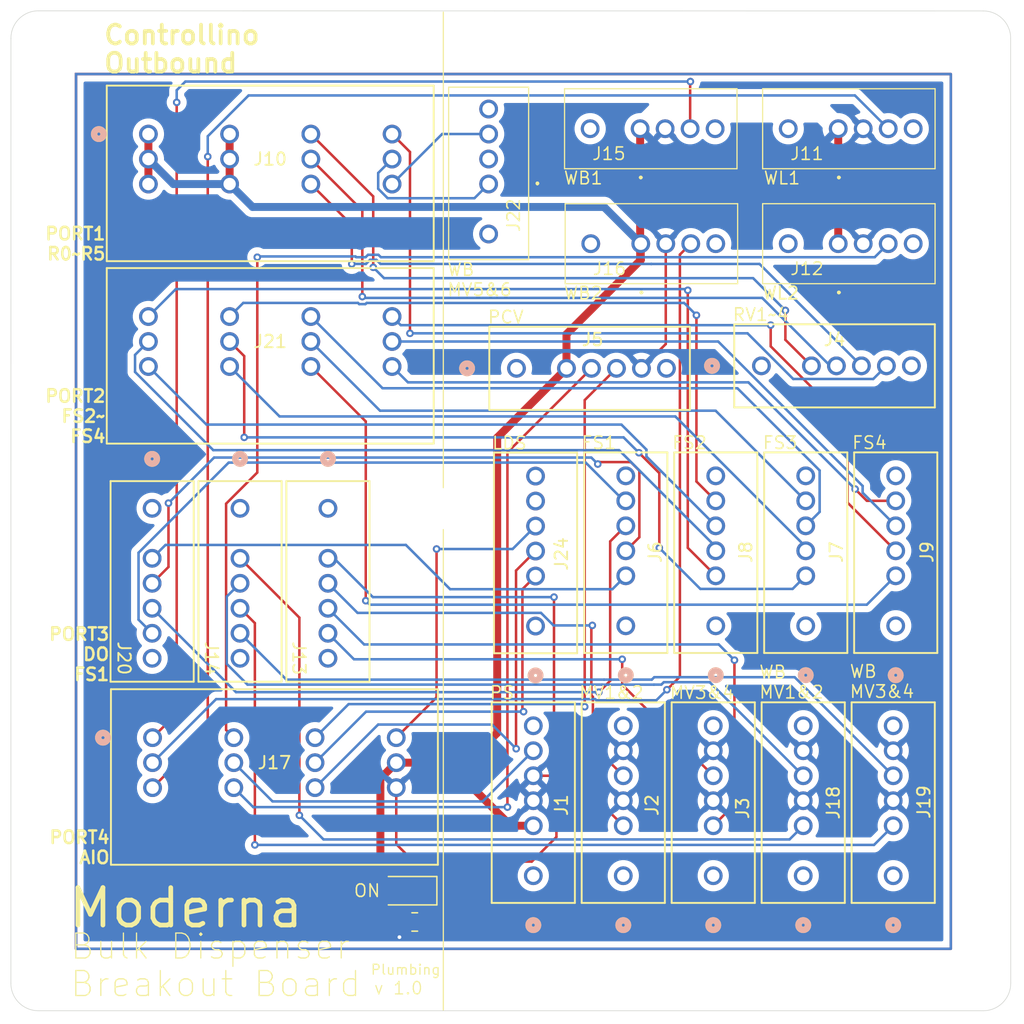
<source format=kicad_pcb>
(kicad_pcb (version 20241229) (generator "pcbnew") (generator_version "9.0")
  (layers (0 "F.Cu" signal) (2 "B.Cu" signal) (13 "F.Paste" user) (15 "B.Paste" user) (5 "F.SilkS" user "F.Silkscreen") (7 "B.SilkS" user "B.Silkscreen") (1 "F.Mask" user) (3 "B.Mask" user) (25 "Edge.Cuts" user))
  (net 0 "")
  (net 1 "GND")
  (net 2 "+24V")
  (net 3 "/DO3")
  (net 4 "/DO2")
  (net 5 "/DO1")
  (net 6 "/DO0")
  (net 7 "/AI13")
  (net 8 "/AO0")
  (net 9 "/AI12")
  (net 10 "/AI6")
  (net 11 "/AI5")
  (net 12 "/AI4")
  (net 13 "/AI7")
  (net 14 "/R1_OUT")
  (net 15 "/R2_OUT")
  (net 16 "/R0_OUT")
  (net 17 "/R3_OUT")
  (net 18 "/R4_OUT")
  (net 19 "/R5_OUT")
  (net 20 "/FS1-1")
  (net 21 "/FS1-4")
  (net 22 "/FS1-3")
  (net 23 "/FS1-2")
  (net 24 "/FS3-1")
  (net 25 "/FS3-4")
  (net 26 "/FS3-3")
  (net 27 "/FS3-2")
  (net 28 "/FS2-3")
  (net 29 "/FS2-2")
  (net 30 "/FS2-4")
  (net 31 "/FS2-1")
  (net 32 "/FS4-2")
  (net 33 "/FS4-1")
  (net 34 "/FS4-3")
  (net 35 "/FS4-4")
  (net 36 "/DO6")
  (net 37 "/DO4")
  (net 38 "/DO7")
  (net 39 "/DO5")
  (net 40 "/LDS")
  (net 41 "/LDS-GND")
  (net 42 "/LDS-5V")
  (net 44 "Net-(D1-K)")
  (footprint "PartsLibrary:CONN_37204-62A3-004PL_3MM" (layer "F.Cu") (at 122.5334 73 -90)
    (property "Reference" "J14")
    (property "Value" "DigitalOUT 4~7")
  )
  (footprint "PartsLibrary:CONN_37203-62A3-003PL_3MM" (layer "F.Cu") (at 154.6 47.825)
    (property "Reference" "J16")
    (property "Value" "WB2" (hide yes))
  )
  (footprint "PartsLibrary:CONN_37203-62A3-003PL_3MM" (layer "F.Cu") (at 170.4 38.625)
    (property "Reference" "J11")
    (property "Value" "WL1" (hide yes))
  )
  (footprint "MountingHole:MountingHole_3.2mm_M3" (layer "F.Cu") (at 106.8 106.8)
    (property "Reference" "H4" (hide yes))
    (property "Value" "MountingHole" (hide yes))
  )
  (footprint "PartsLibrary:CONN_37204-62A3-004PL_3MM" (layer "F.Cu") (at 160.4 94.4 90)
    (property "Reference" "J3")
    (property "Value" "MV3&4")
  )
  (footprint "PartsLibrary:CONN_37204-62A3-004PL_3MM" (layer "F.Cu") (at 168.2549 57.6)
    (property "Reference" "J4")
    (property "Value" "RV1~4")
  )
  (footprint "PartsLibrary:CONN_37203-62A3-003PL_3MM" (layer "F.Cu") (at 154.55 38.625)
    (property "Reference" "J15")
    (property "Value" "WB1" (hide yes))
  )
  (footprint "PartsLibrary:CONN_37203-62A3-003PL_3MM" (layer "F.Cu") (at 142.425 43.05 90)
    (property "Reference" "J22")
    (property "Value" "WB-MV5&6" (hide yes))
  )
  (footprint "PartsLibrary:CONN_37204-62A3-004PL_3MM" (layer "F.Cu") (at 160.6 74.4 90)
    (property "Reference" "J8")
    (property "Value" "FS2")
  )
  (footprint "PartsLibrary:CONN_37204-62A3-004PL_3MM" (layer "F.Cu") (at 174.8 94.4 90)
    (property "Reference" "J19")
    (property "Value" "WB-MV3&4" (hide yes))
  )
  (footprint "LED_SMD:LED_1206_3216Metric" (layer "F.Cu") (at 136 99.6 180)
    (property "Reference" "D1" (hide yes))
    (property "Value" "LED" (hide yes))
  )
  (footprint "PartsLibrary:CONN_37212-62M3-003PL_3MM" (layer "F.Cu") (at 115.2 53.6539)
    (property "Reference" "J21")
    (property "Value" "FS2~FS4")
  )
  (footprint "PartsLibrary:CONN_37204-62A3-004PL_3MM" (layer "F.Cu") (at 148.6549 57.8)
    (property "Reference" "J5")
    (property "Value" "PCV")
  )
  (footprint "PartsLibrary:CONN_37204-62A3-004PL_3MM" (layer "F.Cu") (at 167.6 94.4 90)
    (property "Reference" "J18")
    (property "Value" "WB-MV1&2" (hide yes))
  )
  (footprint "MountingHole:MountingHole_3.2mm_M3" (layer "F.Cu") (at 106.8 31.8)
    (property "Reference" "H2" (hide yes))
    (property "Value" "MountingHole" (hide yes))
  )
  (footprint "MountingHole:MountingHole_3.2mm_M3" (layer "F.Cu") (at 138.78 69.01)
    (property "Reference" "H1" (hide yes))
    (property "Value" "MountingHole" (hide yes))
  )
  (footprint "PartsLibrary:CONN_37204-62A3-004PL_3MM" (layer "F.Cu") (at 146 94.4 90)
    (property "Reference" "J1")
    (property "Value" "PS")
  )
  (footprint "PartsLibrary:CONN_37204-62A3-004PL_3MM" (layer "F.Cu") (at 153.4 74.4 90)
    (property "Reference" "J6")
    (property "Value" "FS1")
  )
  (footprint "PartsLibrary:CONN_37203-62A3-003PL_3MM" (layer "F.Cu") (at 170.4 47.825)
    (property "Reference" "J12")
    (property "Value" "WL2" (hide yes))
  )
  (footprint "PartsLibrary:CONN_37212-62M3-003PL_3MM" (layer "F.Cu") (at 115.2 39.0539)
    (property "Reference" "J10")
    (property "Value" "R0~R5")
  )
  (footprint "PartsLibrary:CONN_37204-62A3-004PL_3MM" (layer "F.Cu") (at 146.18 74.42 90)
    (property "Reference" "J24")
    (property "Value" "LDS")
  )
  (footprint "PartsLibrary:CONN_37212-62M3-003PL_3MM" (layer "F.Cu") (at 115.5334 87.3539)
    (property "Reference" "J17")
    (property "Value" "AnalogIOs")
  )
  (footprint "PartsLibrary:CONN_37204-62A3-004PL_3MM" (layer "F.Cu") (at 115.5 73 -90)
    (property "Reference" "J20")
    (property "Value" "FS1")
  )
  (footprint "Resistor_SMD:R_0805_2012Metric" (layer "F.Cu") (at 136.5125 102.1 180)
    (property "Reference" "R1" (hide yes))
    (property "Value" "R" (hide yes))
  )
  (footprint "PartsLibrary:CONN_37204-62A3-004PL_3MM" (layer "F.Cu") (at 129.5669 73 -90)
    (property "Reference" "J13")
    (property "Value" "DigitalOUT 0~3")
  )
  (footprint "MountingHole:MountingHole_3.2mm_M3" (layer "F.Cu") (at 181.8 106.8)
    (property "Reference" "H5" (hide yes))
    (property "Value" "MountingHole" (hide yes))
  )
  (footprint "PartsLibrary:CONN_37204-62A3-004PL_3MM" (layer "F.Cu") (at 153.2 94.4 90)
    (property "Reference" "J2")
    (property "Value" "MV1&2")
  )
  (footprint "PartsLibrary:CONN_37204-62A3-004PL_3MM" (layer "F.Cu") (at 175 74.4 90)
    (property "Reference" "J9")
    (property "Value" "FS4")
  )
  (footprint "MountingHole:MountingHole_3.2mm_M3" (layer "F.Cu") (at 181.6 32)
    (property "Reference" "H3" (hide yes))
    (property "Value" "MountingHole" (hide yes))
  )
  (footprint "PartsLibrary:CONN_37204-62A3-004PL_3MM" (layer "F.Cu") (at 167.8 74.4 90)
    (property "Reference" "J7")
    (property "Value" "FS3")
  )
  (gr_rect (start 109.41025 34.25) (end 179.41025 104.25) (stroke (width 0.2)) (fill no) (layer "F.Cu"))
  (gr_rect (start 109.41025 34.25) (end 179.41025 104.25) (stroke (width 0.2)) (fill no) (layer "B.Cu"))
  (gr_line (start 138.8 70.7) (end 138.8 109.15) (stroke (width 0.1)) (layer "F.SilkS"))
  (gr_line (start 138.8 29.3) (end 138.8 67.35) (stroke (width 0.1)) (layer "F.SilkS"))
  (gr_line (start 104.195635 107.004365) (end 104.2 31.39) (stroke (width 0.05)) (layer "Edge.Cuts"))
  (gr_arc (start 106.395635 109.204365) (mid 104.84 108.56) (end 104.195635 107.004365) (stroke (width 0.05)) (layer "Edge.Cuts"))
  (gr_arc (start 184.204365 107.004365) (mid 183.56 108.56) (end 182.004365 109.204365) (stroke (width 0.05)) (layer "Edge.Cuts"))
  (gr_arc (start 104.2 31.39) (mid 104.844365 29.834365) (end 106.4 29.19) (stroke (width 0.05)) (layer "Edge.Cuts"))
  (gr_line (start 184.2 31.4) (end 184.204365 107.004365) (stroke (width 0.05)) (layer "Edge.Cuts"))
  (gr_arc (start 182 29.2) (mid 183.555635 29.844365) (end 184.2 31.4) (stroke (width 0.05)) (layer "Edge.Cuts"))
  (gr_line (start 182.0044 109.204365) (end 106.39564 109.204365) (stroke (width 0.05)) (layer "Edge.Cuts"))
  (gr_line (start 106.4 29.19) (end 182 29.2) (stroke (width 0.05)) (layer "Edge.Cuts"))
  (gr_text "WB2" (at 150 51.775 0) (layer "F.SilkS") (effects (font (size 1 1) (thickness 0.125))))
  (gr_text "WB\nMV3&4" (at 171.25 84.25 0) (layer "F.SilkS") (effects (font (size 1 1) (thickness 0.125)) (justify left bottom)))
  (gr_text "PORT4\nAIO" (at 112.202398 97.523099 0) (layer "F.SilkS") (effects (font (size 1 1) (thickness 0.2) (bold yes)) (justify right bottom)))
  (gr_text "WL1" (at 165.9 42.575 0) (layer "F.SilkS") (effects (font (size 1 1) (thickness 0.125))))
  (gr_text "v 1.0" (at 133.18975 107.985 0) (layer "F.SilkS") (effects (font (size 1 1) (thickness 0.1)) (justify left bottom)))
  (gr_text "WB\nMV1&2" (at 164.01 84.3 0) (layer "F.SilkS") (effects (font (size 1 1) (thickness 0.125)) (justify left bottom)))
  (gr_text "PORT3\nDO\nFS1" (at 112.1726 82.8764 0) (layer "F.SilkS") (effects (font (size 1 1) (thickness 0.2) (bold yes)) (justify right bottom)))
  (gr_text "Plumbing			" (at 132.93975 106.385 0) (layer "F.SilkS") (effects (font (size 0.8 0.8) (thickness 0.1)) (justify left bottom)))
  (gr_text "Outbound" (at 111.5 34.25 0) (layer "F.SilkS") (effects (font (size 1.5 1.5) (thickness 0.3) (bold yes)) (justify left bottom)))
  (gr_text "Breakout Board" (at 108.85 108.235 0) (layer "F.SilkS") (effects (font (size 2 2) (thickness 0.1)) (justify left bottom)))
  (gr_text "LDS" (at 142.63 64.36 0) (layer "F.SilkS") (effects (font (size 1 1) (thickness 0.125)) (justify left bottom)))
  (gr_text "ON" (at 132.7 99.6 0) (layer "F.SilkS") (effects (font (size 1 1) (thickness 0.125))))
  (gr_text "Moderna" (at 108.6 102.735 0) (layer "F.SilkS") (effects (font (size 3 3) (thickness 0.375)) (justify left bottom)))
  (gr_text "WB1" (at 150 42.575 0) (layer "F.SilkS") (effects (font (size 1 1) (thickness 0.125))))
  (gr_text "WL2" (at 165.8 51.775 0) (layer "F.SilkS") (effects (font (size 1 1))))
  (gr_text "WB\nMV5&6" (at 139.05 50.7 0) (layer "F.SilkS") (effects (font (size 1 1) (thickness 0.125)) (justify left)))
  (gr_text "Controllino\n" (at 111.5 32 0) (layer "F.SilkS") (effects (font (size 1.5 1.5) (thickness 0.3) (bold yes)) (justify left bottom)))
  (gr_text "PORT1\nR0~R5" (at 111.868998 49.223099 0) (layer "F.SilkS") (effects (font (size 1 1) (thickness 0.2) (bold yes)) (justify right bottom)))
  (gr_text "PORT2\nFS2~\nFS4" (at 111.868998 63.823099 0) (layer "F.SilkS") (effects (font (size 1 1) (thickness 0.2) (bold yes)) (justify right bottom)))
  (gr_text "Bulk Dispenser" (at 108.85 105.235 0) (layer "F.SilkS") (effects (font (size 2 2) (thickness 0.1)) (justify left bottom)))
  (segment (start 147.85 95.3) (end 147.85 90.399999) (width 0.2) (layer "F.Cu") (net 1))
  (segment (start 145.88 97.27) (end 147.85 95.3) (width 0.2) (layer "F.Cu") (net 1))
  (segment (start 147.85 90.399999) (end 146 90.399999) (width 0.2) (layer "F.Cu") (net 1))
  (segment (start 135.033399 91.353901) (end 135.033399 95.873399) (width 0.2) (layer "F.Cu") (net 1))
  (segment (start 135.033399 95.873399) (end 136.43 97.27) (width 0.2) (layer "F.Cu") (net 1))
  (segment (start 135.2884 103.3151) (end 135.6 103.0035) (width 0.2) (layer "F.Cu") (net 1))
  (segment (start 135.6 103.0035) (end 135.6 102.1) (width 0.2) (layer "F.Cu") (net 1))
  (segment (start 136.43 97.27) (end 145.88 97.27) (width 0.2) (layer "F.Cu") (net 1))
  (segment (start 154.654899 57.8) (end 156.6 55.854899) (width 0.2) (layer "F.Cu") (net 1))
  (segment (start 156.6 55.854899) (end 156.6 47.825) (width 0.2) (layer "F.Cu") (net 1))
  (via (at 135.2884 103.3151) (size 0.6) (drill 0.3) (layers "F.Cu" "B.Cu") (net 1))
  (segment (start 146 94.4) (end 144.191 94.4) (width 0.635) (layer "F.Cu") (net 2))
  (segment (start 154.6 49.1239) (end 154.5999 49.1239) (width 0.635) (layer "F.Cu") (net 2))
  (segment (start 154.55 49.074) (end 154.55 38.625) (width 0.635) (layer "F.Cu") (net 2))
  (segment (start 154.5999 49.1239) (end 148.6549 55.0689) (width 0.635) (layer "F.Cu") (net 2))
  (segment (start 143.1115 63.3434) (end 143.1115 86.9724) (width 0.635) (layer "F.Cu") (net 2))
  (segment (start 154.5999 49.1239) (end 154.55 49.074) (width 0.635) (layer "F.Cu") (net 2))
  (segment (start 121.7 39.0539) (end 121.7 41.0539) (width 0.635) (layer "F.Cu") (net 2))
  (segment (start 154.6 47.825) (end 154.6 49.1239) (width 0.635) (layer "F.Cu") (net 2))
  (segment (start 148.6549 57.8) (end 143.1115 63.3434) (width 0.635) (layer "F.Cu") (net 2))
  (segment (start 144.191 94.4) (end 140.73 90.939) (width 0.635) (layer "F.Cu") (net 2))
  (segment (start 121.7 43.0539) (end 121.7 41.0539) (width 0.635) (layer "F.Cu") (net 2))
  (segment (start 115.2 39.0539) (end 115.2 41.0539) (width 0.635) (layer "F.Cu") (net 2))
  (segment (start 170.4 47.825) (end 170.4 38.625) (width 0.635) (layer "F.Cu") (net 2))
  (segment (start 115.2 43.0539) (end 115.2 41.0539) (width 0.635) (layer "F.Cu") (net 2))
  (segment (start 140.73 90.939) (end 140.73 89.3539) (width 0.635) (layer "F.Cu") (net 2))
  (segment (start 133.764 98.764) (end 133.764 90.6233) (width 0.635) (layer "F.Cu") (net 2))
  (segment (start 140.73 89.3539) (end 135.0334 89.3539) (width 0.635) (layer "F.Cu") (net 2))
  (segment (start 134.6 99.6) (end 133.764 98.764) (width 0.635) (layer "F.Cu") (net 2))
  (segment (start 143.1115 86.9724) (end 140.73 89.3539) (width 0.635) (layer "F.Cu") (net 2))
  (segment (start 148.6549 55.0689) (end 148.6549 57.8) (width 0.635) (layer "F.Cu") (net 2))
  (segment (start 133.764 90.6233) (end 135.0334 89.3539) (width 0.635) (layer "F.Cu") (net 2))
  (segment (start 117.2 43.0539) (end 115.2 41.0539) (width 0.635) (layer "B.Cu") (net 2))
  (segment (start 121.7 43.0539) (end 117.2 43.0539) (width 0.635) (layer "B.Cu") (net 2))
  (segment (start 121.7 43.0539) (end 123.5319 44.8858) (width 0.635) (layer "B.Cu") (net 2))
  (segment (start 165.915 43.11) (end 159.035 43.11) (width 0.635) (layer "B.Cu") (net 2))
  (segment (start 151.6608 44.8858) (end 154.6 47.825) (width 0.635) (layer "B.Cu") (net 2))
  (segment (start 170.4 38.625) (end 165.915 43.11) (width 0.635) (layer "B.Cu") (net 2))
  (segment (start 159.035 43.11) (end 154.55 38.625) (width 0.635) (layer "B.Cu") (net 2))
  (segment (start 123.5319 44.8858) (end 151.6608 44.8858) (width 0.635) (layer "B.Cu") (net 2))
  (segment (start 160.4 90.4) (end 153.1126 83.1126) (width 0.2) (layer "F.Cu") (net 3))
  (segment (start 153.1126 83.1126) (end 153.1126 81.0804) (width 0.2) (layer "F.Cu") (net 3))
  (via (at 153.1126 81.0804) (size 0.6) (drill 0.3) (layers "F.Cu" "B.Cu") (net 3))
  (segment (start 153.1126 81.0804) (end 131.6473 81.0804) (width 0.2) (layer "B.Cu") (net 3))
  (segment (start 131.6473 81.0804) (end 129.5669 79) (width 0.2) (layer "B.Cu") (net 3))
  (segment (start 162.0944 92.7056) (end 160.4 94.4) (width 0.2) (layer "F.Cu") (net 4))
  (segment (start 162.0944 81.1502) (end 162.0944 92.7056) (width 0.2) (layer "F.Cu") (net 4))
  (via (at 162.0944 81.1502) (size 0.6) (drill 0.3) (layers "F.Cu" "B.Cu") (net 4))
  (segment (start 160.8381 79.8939) (end 162.0944 81.1502) (width 0.2) (layer "B.Cu") (net 4))
  (segment (start 132.4608 79.8939) (end 160.8381 79.8939) (width 0.2) (layer "B.Cu") (net 4))
  (segment (start 129.5669 77) (end 132.4608 79.8939) (width 0.2) (layer "B.Cu") (net 4))
  (segment (start 150.7683 87.9683) (end 153.2 90.4) (width 0.2) (layer "F.Cu") (net 5))
  (segment (start 150.7238 78.3697) (end 150.6445 78.449) (width 0.2) (layer "F.Cu") (net 5))
  (segment (start 150.7683 84.0839) (end 150.7683 87.9683) (width 0.2) (layer "F.Cu") (net 5))
  (segment (start 150.6445 83.9601) (end 150.7683 84.0839) (width 0.2) (layer "F.Cu") (net 5))
  (segment (start 150.6445 78.449) (end 150.6445 83.9601) (width 0.2) (layer "F.Cu") (net 5))
  (via (at 150.7238 78.3697) (size 0.6) (drill 0.3) (layers "F.Cu" "B.Cu") (net 5))
  (segment (start 147.616 78.3697) (end 147.616 78.3696) (width 0.2) (layer "B.Cu") (net 5))
  (segment (start 146.6154 77.369) (end 131.9359 77.369) (width 0.2) (layer "B.Cu") (net 5))
  (segment (start 131.9359 77.369) (end 129.5669 75) (width 0.2) (layer "B.Cu") (net 5))
  (segment (start 147.616 78.3696) (end 146.6154 77.369) (width 0.2) (layer "B.Cu") (net 5))
  (segment (start 150.7238 78.3697) (end 147.616 78.3697) (width 0.2) (layer "B.Cu") (net 5))
  (segment (start 153.2 94.4) (end 147.6561 88.8561) (width 0.2) (layer "F.Cu") (net 6))
  (segment (start 147.6561 88.8561) (end 147.6561 76.1055) (width 0.2) (layer "F.Cu") (net 6))
  (via (at 147.6561 76.1055) (size 0.6) (drill 0.3) (layers "F.Cu" "B.Cu") (net 6))
  (segment (start 129.5669 73) (end 130.0525 73) (width 0.2) (layer "B.Cu") (net 6))
  (segment (start 133.158 76.1055) (end 147.6561 76.1055) (width 0.2) (layer "B.Cu") (net 6))
  (segment (start 130.0525 73) (end 133.158 76.1055) (width 0.2) (layer "B.Cu") (net 6))
  (segment (start 143.9292 64.5257) (end 150.6549 57.8) (width 0.2) (layer "F.Cu") (net 7))
  (segment (start 143.9292 92.9103) (end 143.9292 64.5257) (width 0.2) (layer "F.Cu") (net 7))
  (via (at 143.9292 92.9103) (size 0.6) (drill 0.3) (layers "F.Cu" "B.Cu") (net 7))
  (segment (start 143.9292 92.9103) (end 123.5898 92.9103) (width 0.2) (layer "B.Cu") (net 7))
  (segment (start 123.5898 92.9103) (end 122.0334 91.3539) (width 0.2) (layer "B.Cu") (net 7))
  (segment (start 150.1124 84.8759) (end 150.1124 60.3425) (width 0.2) (layer "F.Cu") (net 8))
  (segment (start 150.1124 60.3425) (end 152.6549 57.8) (width 0.2) (layer "F.Cu") (net 8))
  (via (at 150.1124 84.8759) (size 0.6) (drill 0.3) (layers "F.Cu" "B.Cu") (net 8))
  (segment (start 128.5334 87.3539) (end 131.2179 84.6694) (width 0.2) (layer "B.Cu") (net 8))
  (segment (start 149.9059 84.6694) (end 150.1124 84.8759) (width 0.2) (layer "B.Cu") (net 8))
  (segment (start 131.2179 84.6694) (end 149.9059 84.6694) (width 0.2) (layer "B.Cu") (net 8))
  (segment (start 122.0334 89.3539) (end 125.1346 92.4551) (width 0.2) (layer "B.Cu") (net 9))
  (segment (start 125.1346 92.4551) (end 141.9449 92.4551) (width 0.2) (layer "B.Cu") (net 9))
  (segment (start 141.9449 92.4551) (end 146 88.4) (width 0.2) (layer "B.Cu") (net 9))
  (segment (start 115.5334 91.3539) (end 119.9501 86.9372) (width 0.2) (layer "F.Cu") (net 10))
  (segment (start 119.9501 86.9372) (end 119.9501 40.8584) (width 0.2) (layer "F.Cu") (net 10))
  (via (at 119.9501 40.8584) (size 0.6) (drill 0.3) (layers "F.Cu" "B.Cu") (net 10))
  (segment (start 119.9501 40.8584) (end 119.9501 39.2296) (width 0.2) (layer "B.Cu") (net 10))
  (segment (start 123.2159 35.9638) (end 171.7388 35.9638) (width 0.2) (layer "B.Cu") (net 10))
  (segment (start 119.9501 39.2296) (end 123.2159 35.9638) (width 0.2) (layer "B.Cu") (net 10))
  (segment (start 171.7388 35.9638) (end 174.4 38.625) (width 0.2) (layer "B.Cu") (net 10))
  (segment (start 156.6903 83.5153) (end 157.7299 82.4757) (width 0.2) (layer "F.Cu") (net 11))
  (segment (start 157.7299 48.6951) (end 158.6 47.825) (width 0.2) (layer "F.Cu") (net 11))
  (segment (start 157.7299 82.4757) (end 157.7299 48.6951) (width 0.2) (layer "F.Cu") (net 11))
  (via (at 156.6903 83.5153) (size 0.6) (drill 0.3) (layers "F.Cu" "B.Cu") (net 11))
  (segment (start 150.9521 84.2677) (end 151.0423 84.3579) (width 0.2) (layer "B.Cu") (net 11))
  (segment (start 115.5334 89.3539) (end 120.6196 84.2677) (width 0.2) (layer "B.Cu") (net 11))
  (segment (start 155.8477 84.3579) (end 156.6903 83.5153) (width 0.2) (layer "B.Cu") (net 11))
  (segment (start 120.6196 84.2677) (end 150.9521 84.2677) (width 0.2) (layer "B.Cu") (net 11))
  (segment (start 151.0423 84.3579) (end 155.8477 84.3579) (width 0.2) (layer "B.Cu") (net 11))
  (segment (start 115.5334 87.3539) (end 117.4642 85.4231) (width 0.2) (layer "F.Cu") (net 12))
  (segment (start 158.57 34.85) (end 158.55 34.87) (width 0.2) (layer "F.Cu") (net 12))
  (segment (start 117.4642 85.4231) (end 117.4642 36.5169) (width 0.2) (layer "F.Cu") (net 12))
  (segment (start 158.55 34.87) (end 158.55 38.625) (width 0.2) (layer "F.Cu") (net 12))
  (via (at 158.57 34.85) (size 0.6) (drill 0.3) (layers "F.Cu" "B.Cu") (net 12))
  (via (at 117.4642 36.5169) (size 0.6) (drill 0.3) (layers "F.Cu" "B.Cu") (net 12))
  (segment (start 158.57 34.85) (end 118.16 34.85) (width 0.2) (layer "B.Cu") (net 12))
  (segment (start 118.16 34.85) (end 117.4642 35.5458) (width 0.2) (layer "B.Cu") (net 12))
  (segment (start 117.4642 35.5458) (end 117.4642 36.5169) (width 0.2) (layer "B.Cu") (net 12))
  (segment (start 121.4173 68.6298) (end 123.9135 66.1336) (width 0.2) (layer "F.Cu") (net 13))
  (segment (start 122.0334 87.3539) (end 121.4173 86.7378) (width 0.2) (layer "F.Cu") (net 13))
  (segment (start 123.9135 66.1336) (end 123.9135 48.9084) (width 0.2) (layer "F.Cu") (net 13))
  (segment (start 121.4173 86.7378) (end 121.4173 68.6298) (width 0.2) (layer "F.Cu") (net 13))
  (via (at 123.9135 48.9084) (size 0.6) (drill 0.3) (layers "F.Cu" "B.Cu") (net 13))
  (segment (start 133.8006 48.9084) (end 133.6054 48.7132) (width 0.2) (layer "B.Cu") (net 13))
  (segment (start 132.7745 48.7132) (end 132.5793 48.9084) (width 0.2) (layer "B.Cu") (net 13))
  (segment (start 131.7742 48.8455) (end 123.9764 48.8455) (width 0.2) (layer "B.Cu") (net 13))
  (segment (start 131.8371 48.9084) (end 131.7742 48.8455) (width 0.2) (layer "B.Cu") (net 13))
  (segment (start 174.4 47.825) (end 173.3166 48.9084) (width 0.2) (layer "B.Cu") (net 13))
  (segment (start 123.9764 48.8455) (end 123.9135 48.9084) (width 0.2) (layer "B.Cu") (net 13))
  (segment (start 173.3166 48.9084) (end 133.8006 48.9084) (width 0.2) (layer "B.Cu") (net 13))
  (segment (start 133.6054 48.7132) (end 132.7745 48.7132) (width 0.2) (layer "B.Cu") (net 13))
  (segment (start 132.5793 48.9084) (end 131.8371 48.9084) (width 0.2) (layer "B.Cu") (net 13))
  (segment (start 132.3177 52.0594) (end 132.3177 45.1716) (width 0.2) (layer "F.Cu") (net 14))
  (segment (start 132.3177 45.1716) (end 128.2 41.0539) (width 0.2) (layer "F.Cu") (net 14))
  (via (at 132.3177 52.0594) (size 0.6) (drill 0.3) (layers "F.Cu" "B.Cu") (net 14))
  (segment (start 164.3195 52.165) (end 132.4233 52.165) (width 0.2) (layer "B.Cu") (net 14))
  (segment (start 169.7545 57.6) (end 164.3195 52.165) (width 0.2) (layer "B.Cu") (net 14))
  (segment (start 170.2549 57.6) (end 169.7545 57.6) (width 0.2) (layer "B.Cu") (net 14))
  (segment (start 132.4233 52.165) (end 132.3177 52.0594) (width 0.2) (layer "B.Cu") (net 14))
  (segment (start 131.4749 46.3288) (end 131.4749 49.4472) (width 0.2) (layer "F.Cu") (net 15))
  (segment (start 128.2 43.0539) (end 131.4749 46.3288) (width 0.2) (layer "F.Cu") (net 15))
  (via (at 131.4749 49.4472) (size 0.6) (drill 0.3) (layers "F.Cu" "B.Cu") (net 15))
  (segment (start 132.6085 49.4472) (end 131.4749 49.4472) (width 0.2) (layer "B.Cu") (net 15))
  (segment (start 164.1021 49.4472) (end 155.4417 49.4472) (width 0.2) (layer "B.Cu") (net 15))
  (segment (start 132.9408 49.1149) (end 132.6085 49.4472) (width 0.2) (layer "B.Cu") (net 15))
  (segment (start 155.4417 49.4472) (end 155.4402 49.4457) (width 0.2) (layer "B.Cu") (net 15))
  (segment (start 155.4402 49.4457) (end 133.7699 49.4457) (width 0.2) (layer "B.Cu") (net 15))
  (segment (start 133.4391 49.1149) (end 132.9408 49.1149) (width 0.2) (layer "B.Cu") (net 15))
  (segment (start 172.2549 57.6) (end 164.1021 49.4472) (width 0.2) (layer "B.Cu") (net 15))
  (segment (start 133.7699 49.4457) (end 133.4391 49.1149) (width 0.2) (layer "B.Cu") (net 15))
  (segment (start 168.2549 57.6) (end 166.1716 55.5167) (width 0.2) (layer "F.Cu") (net 16))
  (segment (start 166.1716 55.5167) (end 166.1716 53.166) (width 0.2) (layer "F.Cu") (net 16))
  (segment (start 133.1899 44.0438) (end 133.1899 49.7166) (width 0.2) (layer "F.Cu") (net 16))
  (segment (start 128.2 39.0539) (end 133.1899 44.0438) (width 0.2) (layer "F.Cu") (net 16))
  (via (at 133.1899 49.7166) (size 0.6) (drill 0.3) (layers "F.Cu" "B.Cu") (net 16))
  (via (at 166.1716 53.166) (size 0.6) (drill 0.3) (layers "F.Cu" "B.Cu") (net 16))
  (segment (start 163.5893 50.5837) (end 166.1716 53.166) (width 0.2) (layer "B.Cu") (net 16))
  (segment (start 133.1899 49.7166) (end 134.057 50.5837) (width 0.2) (layer "B.Cu") (net 16))
  (segment (start 134.057 50.5837) (end 163.5893 50.5837) (width 0.2) (layer "B.Cu") (net 16))
  (segment (start 134.7 39.0539) (end 136.1311 40.485) (width 0.2) (layer "F.Cu") (net 17))
  (segment (start 136.1311 40.485) (end 136.1311 54.9981) (width 0.2) (layer "F.Cu") (net 17))
  (via (at 136.1311 54.9981) (size 0.6) (drill 0.3) (layers "F.Cu" "B.Cu") (net 17))
  (segment (start 173.2025 58.6524) (end 174.2549 57.6) (width 0.2) (layer "B.Cu") (net 17))
  (segment (start 136.1311 54.9981) (end 163.1451 54.9981) (width 0.2) (layer "B.Cu") (net 17))
  (segment (start 163.1451 54.9981) (end 166.7994 58.6524) (width 0.2) (layer "B.Cu") (net 17))
  (segment (start 166.7994 58.6524) (end 173.2025 58.6524) (width 0.2) (layer "B.Cu") (net 17))
  (segment (start 134.3437 44.185) (end 141.29 44.185) (width 0.2) (layer "B.Cu") (net 18))
  (segment (start 133.5869 42.167) (end 133.5869 43.4282) (width 0.2) (layer "B.Cu") (net 18))
  (segment (start 141.29 44.185) (end 142.425 43.05) (width 0.2) (layer "B.Cu") (net 18))
  (segment (start 134.7 41.0539) (end 133.5869 42.167) (width 0.2) (layer "B.Cu") (net 18))
  (segment (start 133.5869 43.4282) (end 134.3437 44.185) (width 0.2) (layer "B.Cu") (net 18))
  (segment (start 142.425 39.05) (end 138.7039 39.05) (width 0.2) (layer "B.Cu") (net 19))
  (segment (start 138.7039 39.05) (end 134.7 43.0539) (width 0.2) (layer "B.Cu") (net 19))
  (segment (start 135.8038 71.9319) (end 139.3429 75.471) (width 0.2) (layer "B.Cu") (net 20))
  (segment (start 139.3429 75.471) (end 152.329 75.471) (width 0.2) (layer "B.Cu") (net 20))
  (segment (start 152.329 75.471) (end 153.4 74.4) (width 0.2) (layer "B.Cu") (net 20))
  (segment (start 115.5 73) (end 116.5681 71.9319) (width 0.2) (layer "B.Cu") (net 20))
  (segment (start 116.5681 71.9319) (end 135.8038 71.9319) (width 0.2) (layer "B.Cu") (net 20))
  (segment (start 115.5 79) (end 114.4114 77.9114) (width 0.2) (layer "B.Cu") (net 21))
  (segment (start 121.6259 65.3399) (end 150.1913 65.3399) (width 0.2) (layer "B.Cu") (net 21))
  (segment (start 150.1913 65.3399) (end 153.2514 68.4) (width 0.2) (layer "B.Cu") (net 21))
  (segment (start 114.4114 72.5544) (end 121.6259 65.3399) (width 0.2) (layer "B.Cu") (net 21))
  (segment (start 153.2514 68.4) (end 153.4 68.4) (width 0.2) (layer "B.Cu") (net 21))
  (segment (start 114.4114 77.9114) (end 114.4114 72.5544) (width 0.2) (layer "B.Cu") (net 21))
  (segment (start 152.1505 82.8067) (end 152.1505 71.6495) (width 0.2) (layer "F.Cu") (net 22))
  (segment (start 152.1505 71.6495) (end 153.4 70.4) (width 0.2) (layer "F.Cu") (net 22))
  (segment (start 151.2462 83.711) (end 152.1505 82.8067) (width 0.2) (layer "F.Cu") (net 22))
  (via (at 151.2462 83.711) (size 0.6) (drill 0.3) (layers "F.Cu" "B.Cu") (net 22))
  (segment (start 122.211 83.711) (end 151.2462 83.711) (width 0.2) (layer "B.Cu") (net 22))
  (segment (start 115.5 77) (end 122.211 83.711) (width 0.2) (layer "B.Cu") (net 22))
  (segment (start 153.7999 65.2996) (end 151.317 65.2996) (width 0.2) (layer "F.Cu") (net 23))
  (segment (start 116.8068 68.5858) (end 116.8068 73.6932) (width 0.2) (layer "F.Cu") (net 23))
  (segment (start 151.317 65.2996) (end 151.1594 65.4572) (width 0.2) (layer "F.Cu") (net 23))
  (segment (start 154.4869 65.9866) (end 153.7999 65.2996) (width 0.2) (layer "F.Cu") (net 23))
  (segment (start 154.4869 71.3131) (end 154.4869 65.9866) (width 0.2) (layer "F.Cu") (net 23))
  (segment (start 153.4 72.4) (end 154.4869 71.3131) (width 0.2) (layer "F.Cu") (net 23))
  (segment (start 116.8068 73.6932) (end 115.5 75) (width 0.2) (layer "F.Cu") (net 23))
  (via (at 151.1594 65.4572) (size 0.6) (drill 0.3) (layers "F.Cu" "B.Cu") (net 23))
  (via (at 116.8068 68.5858) (size 0.6) (drill 0.3) (layers "F.Cu" "B.Cu") (net 23))
  (segment (start 150.6404 64.9382) (end 120.4544 64.9382) (width 0.2) (layer "B.Cu") (net 23))
  (segment (start 120.4544 64.9382) (end 116.8068 68.5858) (width 0.2) (layer "B.Cu") (net 23))
  (segment (start 151.1594 65.4572) (end 150.6404 64.9382) (width 0.2) (layer "B.Cu") (net 23))
  (segment (start 156.0833 72.1677) (end 156.0833 66.1841) (width 0.2) (layer "F.Cu") (net 24))
  (segment (start 122.8669 56.8208) (end 121.7 55.6539) (width 0.2) (layer "F.Cu") (net 24))
  (segment (start 122.8669 63.3235) (end 122.8669 56.8208) (width 0.2) (layer "F.Cu") (net 24))
  (segment (start 156.0833 66.1841) (end 154.4509 64.5517) (width 0.2) (layer "F.Cu") (net 24))
  (via (at 122.8669 63.3235) (size 0.6) (drill 0.3) (layers "F.Cu" "B.Cu") (net 24))
  (via (at 156.0833 72.1677) (size 0.6) (drill 0.3) (layers "F.Cu" "B.Cu") (net 24))
  (via (at 154.4509 64.5517) (size 0.6) (drill 0.3) (layers "F.Cu" "B.Cu") (net 24))
  (segment (start 159.3666 75.451) (end 156.0833 72.1677) (width 0.2) (layer "B.Cu") (net 24))
  (segment (start 166.749 75.451) (end 159.3666 75.451) (width 0.2) (layer "B.Cu") (net 24))
  (segment (start 154.4509 64.5517) (end 153.2227 63.3235) (width 0.2) (layer "B.Cu") (net 24))
  (segment (start 153.2227 63.3235) (end 122.8669 63.3235) (width 0.2) (layer "B.Cu") (net 24))
  (segment (start 167.8 74.4) (end 166.749 75.451) (width 0.2) (layer "B.Cu") (net 24))
  (segment (start 160.5875 61.1875) (end 133.7336 61.1875) (width 0.2) (layer "B.Cu") (net 25))
  (segment (start 167.8 68.4) (end 160.5875 61.1875) (width 0.2) (layer "B.Cu") (net 25))
  (segment (start 133.7336 61.1875) (end 128.2 55.6539) (width 0.2) (layer "B.Cu") (net 25))
  (segment (start 168.9127 69.2873) (end 167.8 70.4) (width 0.2) (layer "B.Cu") (net 26))
  (segment (start 133.9389 59.3928) (end 162.3339 59.3928) (width 0.2) (layer "B.Cu") (net 26))
  (segment (start 162.3339 59.3928) (end 168.9127 65.9716) (width 0.2) (layer "B.Cu") (net 26))
  (segment (start 168.9127 65.9716) (end 168.9127 69.2873) (width 0.2) (layer "B.Cu") (net 26))
  (segment (start 128.2 53.6539) (end 133.9389 59.3928) (width 0.2) (layer "B.Cu") (net 26))
  (segment (start 121.7 57.6539) (end 125.696 61.6499) (width 0.2) (layer "B.Cu") (net 27))
  (segment (start 125.696 61.6499) (end 157.368 61.6499) (width 0.2) (layer "B.Cu") (net 27))
  (segment (start 157.368 61.6499) (end 167.8 72.0819) (width 0.2) (layer "B.Cu") (net 27))
  (segment (start 167.8 72.0819) (end 167.8 72.4) (width 0.2) (layer "B.Cu") (net 27))
  (segment (start 119.8476 62.3015) (end 115.2 57.6539) (width 0.2) (layer "B.Cu") (net 28))
  (segment (start 153.0516 62.3015) (end 119.8476 62.3015) (width 0.2) (layer "B.Cu") (net 28))
  (segment (start 155.0526 64.8526) (end 155.0526 64.3025) (width 0.2) (layer "B.Cu") (net 28))
  (segment (start 155.0526 64.3025) (end 153.0516 62.3015) (width 0.2) (layer "B.Cu") (net 28))
  (segment (start 160.6 70.4) (end 155.0526 64.8526) (width 0.2) (layer "B.Cu") (net 28))
  (segment (start 160.6 72.0819) (end 160.6 72.4) (width 0.2) (layer "B.Cu") (net 29))
  (segment (start 115.2 55.6539) (end 114.1313 56.7226) (width 0.2) (layer "B.Cu") (net 29))
  (segment (start 114.1313 58.0881) (end 120.3887 64.3455) (width 0.2) (layer "B.Cu") (net 29))
  (segment (start 114.1313 56.7226) (end 114.1313 58.0881) (width 0.2) (layer "B.Cu") (net 29))
  (segment (start 152.8636 64.3455) (end 160.6 72.0819) (width 0.2) (layer "B.Cu") (net 29))
  (segment (start 120.3887 64.3455) (end 152.8636 64.3455) (width 0.2) (layer "B.Cu") (net 29))
  (segment (start 159.054 66.854) (end 159.054 53.5496) (width 0.2) (layer "F.Cu") (net 30))
  (segment (start 160.6 68.4) (end 159.054 66.854) (width 0.2) (layer "F.Cu") (net 30))
  (via (at 159.054 53.5496) (size 0.6) (drill 0.3) (layers "F.Cu" "B.Cu") (net 30))
  (segment (start 132.5669 52.6611) (end 132.6613 52.5667) (width 0.2) (layer "B.Cu") (net 30))
  (segment (start 132.6613 52.5667) (end 158.0711 52.5667) (width 0.2) (layer "B.Cu") (net 30))
  (segment (start 132.0686 52.6611) (end 132.5669 52.6611) (width 0.2) (layer "B.Cu") (net 30))
  (segment (start 131.9727 52.5652) (end 132.0686 52.6611) (width 0.2) (layer "B.Cu") (net 30))
  (segment (start 122.7887 52.5652) (end 131.9727 52.5652) (width 0.2) (layer "B.Cu") (net 30))
  (segment (start 158.0711 52.5667) (end 159.054 53.5496) (width 0.2) (layer "B.Cu") (net 30))
  (segment (start 121.7 53.6539) (end 122.7887 52.5652) (width 0.2) (layer "B.Cu") (net 30))
  (segment (start 160.6 74.4) (end 158.3619 72.1619) (width 0.2) (layer "F.Cu") (net 31))
  (segment (start 158.3619 72.1619) (end 158.3619 51.5537) (width 0.2) (layer "F.Cu") (net 31))
  (via (at 158.3619 51.5537) (size 0.6) (drill 0.3) (layers "F.Cu" "B.Cu") (net 31))
  (segment (start 117.3962 51.4577) (end 115.2 53.6539) (width 0.2) (layer "B.Cu") (net 31))
  (segment (start 158.3619 51.5537) (end 158.2659 51.4577) (width 0.2) (layer "B.Cu") (net 31))
  (segment (start 158.2659 51.4577) (end 117.3962 51.4577) (width 0.2) (layer "B.Cu") (net 31))
  (segment (start 175 72.4) (end 171.1496 68.5496) (width 0.2) (layer "F.Cu") (net 32))
  (segment (start 164.9954 56.0371) (end 164.9954 54.3423) (width 0.2) (layer "F.Cu") (net 32))
  (segment (start 171.1496 62.1913) (end 164.9954 56.0371) (width 0.2) (layer "F.Cu") (net 32))
  (segment (start 171.1496 68.5496) (end 171.1496 62.1913) (width 0.2) (layer "F.Cu") (net 32))
  (via (at 164.9954 54.3423) (size 0.6) (drill 0.3) (layers "F.Cu" "B.Cu") (net 32))
  (segment (start 134.7 53.6539) (end 135.3884 54.3423) (width 0.2) (layer "B.Cu") (net 32))
  (segment (start 135.3884 54.3423) (end 164.9954 54.3423) (width 0.2) (layer "B.Cu") (net 32))
  (segment (start 128.2 57.6539) (end 132.5944 62.0483) (width 0.2) (layer "F.Cu") (net 33))
  (segment (start 132.5944 62.0483) (end 132.5944 76.3929) (width 0.2) (layer "F.Cu") (net 33))
  (via (at 132.5944 76.3929) (size 0.6) (drill 0.3) (layers "F.Cu" "B.Cu") (net 33))
  (segment (start 172.6881 76.7119) (end 132.9134 76.7119) (width 0.2) (layer "B.Cu") (net 33))
  (segment (start 175 74.4) (end 172.6881 76.7119) (width 0.2) (layer "B.Cu") (net 33))
  (segment (start 132.9134 76.7119) (end 132.5944 76.3929) (width 0.2) (layer "B.Cu") (net 33))
  (segment (start 172.353 67.753) (end 172.353 67.211) (width 0.2) (layer "B.Cu") (net 34))
  (segment (start 172.353 67.211) (end 160.7959 55.6539) (width 0.2) (layer "B.Cu") (net 34))
  (segment (start 160.7959 55.6539) (end 134.7 55.6539) (width 0.2) (layer "B.Cu") (net 34))
  (segment (start 175 70.4) (end 172.353 67.753) (width 0.2) (layer "B.Cu") (net 34))
  (segment (start 172.6911 68.4) (end 171.7513 67.4602) (width 0.2) (layer "F.Cu") (net 35))
  (segment (start 175 68.4) (end 172.6911 68.4) (width 0.2) (layer "F.Cu") (net 35))
  (via (at 171.7513 67.4602) (size 0.6) (drill 0.3) (layers "F.Cu" "B.Cu") (net 35))
  (segment (start 163.2114 58.9203) (end 135.9664 58.9203) (width 0.2) (layer "B.Cu") (net 35))
  (segment (start 171.7513 67.4602) (end 163.2114 58.9203) (width 0.2) (layer "B.Cu") (net 35))
  (segment (start 135.9664 58.9203) (end 134.7 57.6539) (width 0.2) (layer "B.Cu") (net 35))
  (segment (start 122.5334 77) (end 123.7198 78.1864) (width 0.2) (layer "F.Cu") (net 36))
  (segment (start 123.7198 78.1864) (end 123.7198 95.9349) (width 0.2) (layer "F.Cu") (net 36))
  (via (at 123.7198 95.9349) (size 0.6) (drill 0.3) (layers "F.Cu" "B.Cu") (net 36))
  (segment (start 123.7198 95.9349) (end 173.2651 95.9349) (width 0.2) (layer "B.Cu") (net 36))
  (segment (start 173.2651 95.9349) (end 174.8 94.4) (width 0.2) (layer "B.Cu") (net 36))
  (segment (start 127.2815 77.7481) (end 127.2815 93.5655) (width 0.2) (layer "F.Cu") (net 37))
  (segment (start 122.5334 73) (end 127.2815 77.7481) (width 0.2) (layer "F.Cu") (net 37))
  (via (at 127.2815 93.5655) (size 0.6) (drill 0.3) (layers "F.Cu" "B.Cu") (net 37))
  (segment (start 166.503 95.497) (end 167.6 94.4) (width 0.2) (layer "B.Cu") (net 37))
  (segment (start 127.2815 93.5655) (end 129.213 95.497) (width 0.2) (layer "B.Cu") (net 37))
  (segment (start 129.213 95.497) (end 166.503 95.497) (width 0.2) (layer "B.Cu") (net 37))
  (segment (start 151.6635 82.7076) (end 126.241 82.7076) (width 0.2) (layer "B.Cu") (net 38))
  (segment (start 155.6812 82.5119) (end 155.4853 82.7078) (width 0.2) (layer "B.Cu") (net 38))
  (segment (start 166.9119 82.5119) (end 155.6812 82.5119) (width 0.2) (layer "B.Cu") (net 38))
  (segment (start 151.6637 82.7078) (end 151.6635 82.7076) (width 0.2) (layer "B.Cu") (net 38))
  (segment (start 155.4853 82.7078) (end 151.6637 82.7078) (width 0.2) (layer "B.Cu") (net 38))
  (segment (start 126.241 82.7076) (end 122.5334 79) (width 0.2) (layer "B.Cu") (net 38))
  (segment (start 174.8 90.4) (end 166.9119 82.5119) (width 0.2) (layer "B.Cu") (net 38))
  (segment (start 121.4709 76.0625) (end 122.5334 75) (width 0.2) (layer "B.Cu") (net 39))
  (segment (start 121.4709 81.4492) (end 121.4709 76.0625) (width 0.2) (layer "B.Cu") (net 39))
  (segment (start 123.131 83.1093) (end 121.4709 81.4492) (width 0.2) (layer "B.Cu") (net 39))
  (segment (start 155.6531 83.108) (end 155.6516 83.1095) (width 0.2) (layer "B.Cu") (net 39))
  (segment (start 155.6516 83.1095) (end 151.4974 83.1095) (width 0.2) (layer "B.Cu") (net 39))
  (segment (start 167.6 90.4) (end 160.1136 82.9136) (width 0.2) (layer "B.Cu") (net 39))
  (segment (start 156.2468 83.108) (end 155.6531 83.108) (width 0.2) (layer "B.Cu") (net 39))
  (segment (start 151.4972 83.1093) (end 123.131 83.1093) (width 0.2) (layer "B.Cu") (net 39))
  (segment (start 151.4974 83.1095) (end 151.4972 83.1093) (width 0.2) (layer "B.Cu") (net 39))
  (segment (start 156.4412 82.9136) (end 156.2468 83.108) (width 0.2) (layer "B.Cu") (net 39))
  (segment (start 160.1136 82.9136) (end 156.4412 82.9136) (width 0.2) (layer "B.Cu") (net 39))
  (segment (start 138.2591 84.1282) (end 138.2591 72.2566) (width 0.2) (layer "F.Cu") (net 40))
  (segment (start 135.0334 87.3539) (end 138.2591 84.1282) (width 0.2) (layer "F.Cu") (net 40))
  (via (at 138.2591 72.2566) (size 0.6) (drill 0.3) (layers "F.Cu" "B.Cu") (net 40))
  (segment (start 138.2591 72.2566) (end 144.3434 72.2566) (width 0.2) (layer "B.Cu") (net 40))
  (segment (start 144.3434 72.2566) (end 146.18 70.42) (width 0.2) (layer "B.Cu") (net 40))
  (segment (start 144.6186 88.2287) (end 144.6293 88.2394) (width 0.2) (layer "F.Cu") (net 41))
  (segment (start 146.18 72.42) (end 144.6186 73.9814) (width 0.2) (layer "F.Cu") (net 41))
  (segment (start 144.6186 73.9814) (end 144.6186 88.2287) (width 0.2) (layer "F.Cu") (net 41))
  (via (at 144.6293 88.2394) (size 0.6) (drill 0.3) (layers "F.Cu" "B.Cu") (net 41))
  (segment (start 142.6923 86.3024) (end 144.6293 88.2394) (width 0.2) (layer "B.Cu") (net 41))
  (segment (start 128.5334 91.3539) (end 133.5849 86.3024) (width 0.2) (layer "B.Cu") (net 41))
  (segment (start 133.5849 86.3024) (end 142.6923 86.3024) (width 0.2) (layer "B.Cu") (net 41))
  (segment (start 145.129 85.1798) (end 145.2203 85.2711) (width 0.2) (layer "F.Cu") (net 42))
  (segment (start 146.18 74.42) (end 145.129 75.471) (width 0.2) (layer "F.Cu") (net 42))
  (segment (start 145.129 75.471) (end 145.129 85.1798) (width 0.2) (layer "F.Cu") (net 42))
  (via (at 145.2203 85.2711) (size 0.6) (drill 0.3) (layers "F.Cu" "B.Cu") (net 42))
  (segment (start 132.6162 85.2711) (end 128.5334 89.3539) (width 0.2) (layer "B.Cu") (net 42))
  (segment (start 145.2203 85.2711) (end 132.6162 85.2711) (width 0.2) (layer "B.Cu") (net 42))
  (segment (start 137.425 99.625) (end 137.4 99.6) (width 0.2) (layer "F.Cu") (net 44))
  (segment (start 137.425 102.1) (end 137.425 99.625) (width 0.2) (layer "F.Cu") (net 44))
  (zone (net 1) (net_name "GND") (layer "B.Cu") (connect_pads (clearance 0.5)) (min_thickness 0.25) (fill yes (thermal_gap 0.5) (thermal_bridge_width 0.5))
    (polygon (pts (xy 179.36025 34.25) (xy 179.36025 104.25) (xy 109.41025 104.25) (xy 109.41025 34.25) (xy 149.91025 34.25)))
  )
)
</source>
